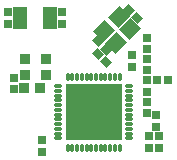
<source format=gts>
%FSLAX24Y24*%
%MOIN*%
G70*
G01*
G75*
G04 Layer_Color=8388736*
%ADD10R,0.0394X0.0709*%
%ADD11R,0.0197X0.0236*%
%ADD12R,0.0315X0.0295*%
%ADD13R,0.0400X0.0370*%
%ADD14R,0.0197X0.0256*%
%ADD15R,0.0295X0.0315*%
G04:AMPARAMS|DCode=16|XSize=19.7mil|YSize=23.6mil|CornerRadius=0mil|HoleSize=0mil|Usage=FLASHONLY|Rotation=45.000|XOffset=0mil|YOffset=0mil|HoleType=Round|Shape=Rectangle|*
%AMROTATEDRECTD16*
4,1,4,0.0014,-0.0153,-0.0153,0.0014,-0.0014,0.0153,0.0153,-0.0014,0.0014,-0.0153,0.0*
%
%ADD16ROTATEDRECTD16*%

G04:AMPARAMS|DCode=17|XSize=47.2mil|YSize=43.3mil|CornerRadius=0mil|HoleSize=0mil|Usage=FLASHONLY|Rotation=225.000|XOffset=0mil|YOffset=0mil|HoleType=Round|Shape=Rectangle|*
%AMROTATEDRECTD17*
4,1,4,0.0014,0.0320,0.0320,0.0014,-0.0014,-0.0320,-0.0320,-0.0014,0.0014,0.0320,0.0*
%
%ADD17ROTATEDRECTD17*%

%ADD18O,0.0256X0.0079*%
%ADD19O,0.0079X0.0256*%
%ADD20R,0.1850X0.1850*%
%ADD21R,0.0236X0.0197*%
%ADD22C,0.0060*%
%ADD23C,0.0090*%
%ADD24C,0.0150*%
%ADD25C,0.0080*%
%ADD26C,0.0370*%
%ADD27C,0.0240*%
%ADD28C,0.0260*%
%ADD29C,0.0098*%
%ADD30C,0.0079*%
%ADD31C,0.0050*%
%ADD32R,0.0454X0.0769*%
%ADD33R,0.0257X0.0296*%
%ADD34R,0.0375X0.0355*%
%ADD35R,0.0257X0.0316*%
%ADD36R,0.0355X0.0375*%
G04:AMPARAMS|DCode=37|XSize=25.7mil|YSize=29.6mil|CornerRadius=0mil|HoleSize=0mil|Usage=FLASHONLY|Rotation=45.000|XOffset=0mil|YOffset=0mil|HoleType=Round|Shape=Rectangle|*
%AMROTATEDRECTD37*
4,1,4,0.0014,-0.0196,-0.0196,0.0014,-0.0014,0.0196,0.0196,-0.0014,0.0014,-0.0196,0.0*
%
%ADD37ROTATEDRECTD37*%

G04:AMPARAMS|DCode=38|XSize=53.2mil|YSize=49.3mil|CornerRadius=0mil|HoleSize=0mil|Usage=FLASHONLY|Rotation=225.000|XOffset=0mil|YOffset=0mil|HoleType=Round|Shape=Rectangle|*
%AMROTATEDRECTD38*
4,1,4,0.0014,0.0363,0.0363,0.0014,-0.0014,-0.0363,-0.0363,-0.0014,0.0014,0.0363,0.0*
%
%ADD38ROTATEDRECTD38*%

%ADD39O,0.0316X0.0139*%
%ADD40O,0.0139X0.0316*%
%ADD41R,0.1910X0.1910*%
%ADD42R,0.0296X0.0257*%
D32*
X-1458Y3140D02*
D03*
X-2442D02*
D03*
D33*
X-2850Y2943D02*
D03*
Y3337D02*
D03*
X-1050Y2943D02*
D03*
Y3337D02*
D03*
X1840Y-803D02*
D03*
Y-1197D02*
D03*
X-1720Y-923D02*
D03*
Y-1317D02*
D03*
X1290Y1523D02*
D03*
Y1917D02*
D03*
X1790Y2093D02*
D03*
Y2487D02*
D03*
X2170Y-803D02*
D03*
Y-1197D02*
D03*
X1790Y673D02*
D03*
Y1067D02*
D03*
D34*
X-1590Y1244D02*
D03*
Y1776D02*
D03*
X-2300Y1244D02*
D03*
Y1776D02*
D03*
D35*
X-2640Y1147D02*
D03*
Y773D02*
D03*
X1790Y1393D02*
D03*
Y1767D02*
D03*
X2070Y-477D02*
D03*
Y-103D02*
D03*
X1790Y-27D02*
D03*
Y347D02*
D03*
D36*
X-1774Y800D02*
D03*
X-2306D02*
D03*
D37*
X1181Y3409D02*
D03*
X1459Y3131D02*
D03*
X429Y1661D02*
D03*
X151Y1939D02*
D03*
X409Y2081D02*
D03*
X131Y2359D02*
D03*
D38*
X1221Y2782D02*
D03*
X832Y3171D02*
D03*
X748Y2308D02*
D03*
X358Y2698D02*
D03*
D39*
X-1191Y866D02*
D03*
Y709D02*
D03*
Y551D02*
D03*
Y394D02*
D03*
Y236D02*
D03*
Y79D02*
D03*
Y-79D02*
D03*
Y-236D02*
D03*
Y-394D02*
D03*
Y-551D02*
D03*
Y-709D02*
D03*
Y-866D02*
D03*
X1191D02*
D03*
Y-709D02*
D03*
Y-551D02*
D03*
Y-394D02*
D03*
Y-236D02*
D03*
Y-79D02*
D03*
Y79D02*
D03*
Y236D02*
D03*
Y394D02*
D03*
Y551D02*
D03*
Y709D02*
D03*
Y866D02*
D03*
D40*
X-866Y-1191D02*
D03*
X-709D02*
D03*
X-551D02*
D03*
X-394D02*
D03*
X-236D02*
D03*
X-79D02*
D03*
X79D02*
D03*
X236D02*
D03*
X394D02*
D03*
X551D02*
D03*
X709D02*
D03*
X866D02*
D03*
Y1191D02*
D03*
X709D02*
D03*
X551D02*
D03*
X394D02*
D03*
X236D02*
D03*
X79D02*
D03*
X-79D02*
D03*
X-236D02*
D03*
X-394D02*
D03*
X-551D02*
D03*
X-709D02*
D03*
X-866D02*
D03*
D41*
X-0Y0D02*
D03*
D42*
X2103Y1090D02*
D03*
X2497D02*
D03*
M02*

</source>
